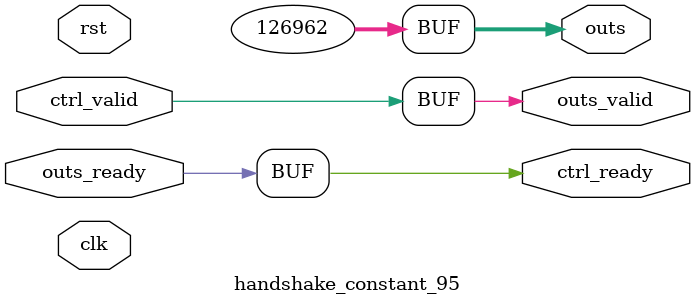
<source format=v>
`timescale 1ns / 1ps
module handshake_constant_95 #(
  parameter DATA_WIDTH = 32  // Default set to 32 bits
) (
  input                       clk,
  input                       rst,
  // Input Channel
  input                       ctrl_valid,
  output                      ctrl_ready,
  // Output Channel
  output [DATA_WIDTH - 1 : 0] outs,
  output                      outs_valid,
  input                       outs_ready
);
  assign outs       = 17'b11110111111110010;
  assign outs_valid = ctrl_valid;
  assign ctrl_ready = outs_ready;

endmodule

</source>
